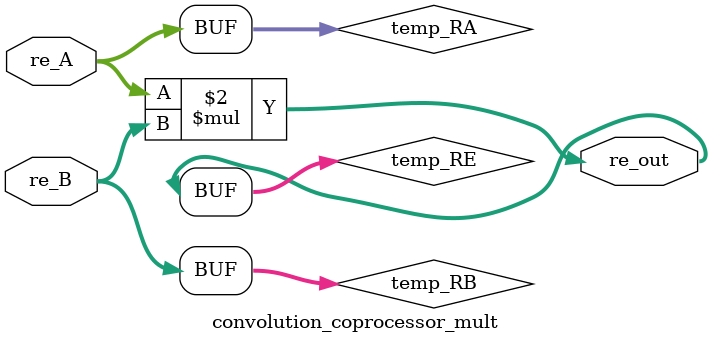
<source format=sv>
`timescale 1ns / 1ps
/*	
   ===================================================================
   Module Name  : Real adder
      
   Filename     : realAdder.v
   Type         : Verilog Module
   
   Description  : 
                  real adder with independent buses for real and imaginary parts.
                  Input    :  "DATA_WIDTH" length word in 2's complement representation.
                  Output   :  "DATA_WIDTH" length word in 2's complement representation.
                  
                  Designer must take care of overflow. 
                  We recommend to instantiate a "DATA WIDTH" length adder for "DATA WIDTH-1" length inputs.
                  
   -----------------------------------------------------------------------------
   Clocks      : -
   Reset       : -
   Parameters  :   
         NAME                         Comments                                            Default
         -------------------------------------------------------------------------------------------
         DATA_WIDTH              Number of data bits for inputs and outputs               22 
         -------------------------------------------------------------------------------------------
   Version     : 1.0
   Data        : 14 Nov 2018
   Revision    : -
   Reviser     : -		
   ------------------------------------------------------------------------------
      Modification Log "please register all the modifications in this area"
      (D/M/Y)  
      
   ----------------------
   // Instance template
   ----------------------
   realAdder
   #(
      .DATA_WIDTH    ()
   )
   "MODULE_NAME"
   (
       .re_A      (),
       .re_B      (),
       .re_out    ()
   );
*/


module convolution_coprocessor_mult
#(
   parameter DATA_WIDTH = 22)
(
    input  [DATA_WIDTH-1 : 0] re_A,
	input  [DATA_WIDTH-1 : 0] re_B,
    output [(DATA_WIDTH*2)-1 : 0] re_out
);
	
	reg unsigned [DATA_WIDTH -1: 0] temp_RA;
	reg unsigned [DATA_WIDTH -1: 0] temp_RB;
	
	wire unsigned [(DATA_WIDTH*2)-1: 0] temp_RE;
	
	always@(re_A, re_B)
	begin
		temp_RA = re_A;
		temp_RB = re_B;
	end 
	
	assign temp_RE = temp_RA * temp_RB;
	
	assign re_out = temp_RE;
endmodule 
</source>
